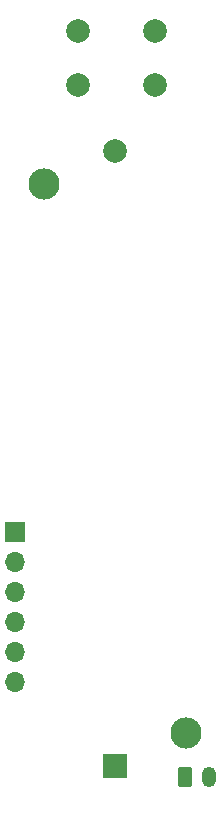
<source format=gbr>
G04 #@! TF.GenerationSoftware,KiCad,Pcbnew,(5.1.9)-1*
G04 #@! TF.CreationDate,2021-03-01T14:13:03+01:00*
G04 #@! TF.ProjectId,button v2_1 - AA [TPL5110],62757474-6f6e-4207-9632-5f31202d2041,rev?*
G04 #@! TF.SameCoordinates,Original*
G04 #@! TF.FileFunction,Soldermask,Bot*
G04 #@! TF.FilePolarity,Negative*
%FSLAX46Y46*%
G04 Gerber Fmt 4.6, Leading zero omitted, Abs format (unit mm)*
G04 Created by KiCad (PCBNEW (5.1.9)-1) date 2021-03-01 14:13:03*
%MOMM*%
%LPD*%
G01*
G04 APERTURE LIST*
%ADD10O,1.200000X1.750000*%
%ADD11O,1.700000X1.700000*%
%ADD12R,1.700000X1.700000*%
%ADD13C,2.000000*%
%ADD14R,2.000000X2.000000*%
%ADD15C,2.640000*%
G04 APERTURE END LIST*
D10*
G04 #@! TO.C,BT2*
X134930000Y-110490000D03*
G36*
G01*
X132330000Y-111115001D02*
X132330000Y-109864999D01*
G75*
G02*
X132579999Y-109615000I249999J0D01*
G01*
X133280001Y-109615000D01*
G75*
G02*
X133530000Y-109864999I0J-249999D01*
G01*
X133530000Y-111115001D01*
G75*
G02*
X133280001Y-111365000I-249999J0D01*
G01*
X132579999Y-111365000D01*
G75*
G02*
X132330000Y-111115001I0J249999D01*
G01*
G37*
G04 #@! TD*
D11*
G04 #@! TO.C,J1*
X118560000Y-102470000D03*
X118560000Y-99930000D03*
X118560000Y-97390000D03*
X118560000Y-94850000D03*
X118560000Y-92310000D03*
D12*
X118560000Y-89770000D03*
G04 #@! TD*
D13*
G04 #@! TO.C,SW1*
X123850000Y-51880000D03*
X123850000Y-47380000D03*
X130350000Y-51880000D03*
X130350000Y-47380000D03*
G04 #@! TD*
D14*
G04 #@! TO.C,BT1*
X127000000Y-109530000D03*
D13*
X127000000Y-57540000D03*
D15*
X121005000Y-60300000D03*
X132995000Y-106780000D03*
G04 #@! TD*
M02*

</source>
